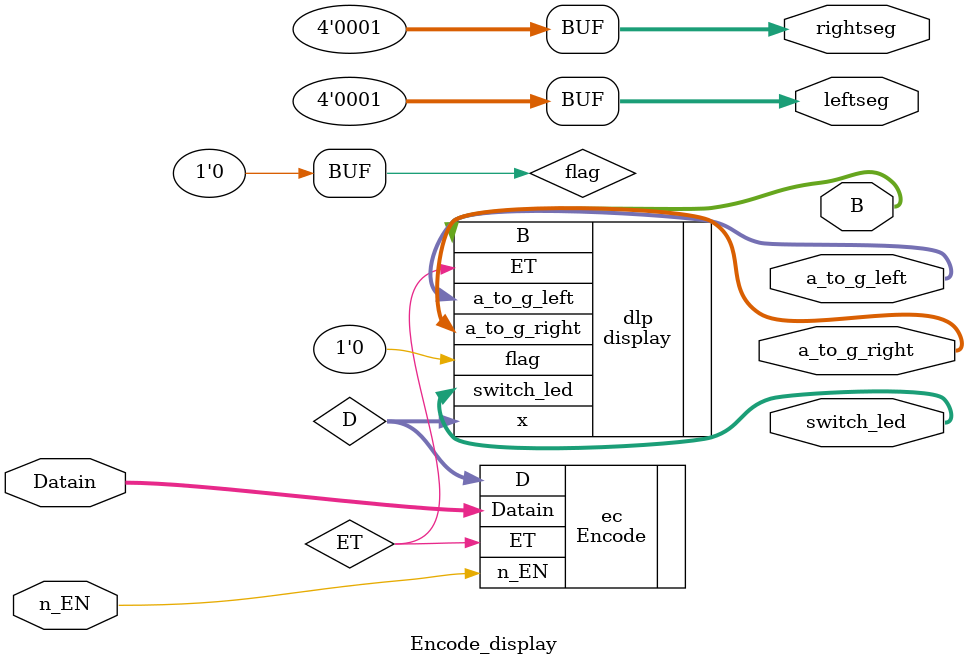
<source format=v>
`timescale 1ns / 1ps
module Encode_display(
input n_EN,input [6:0]Datain,
output wire [7:0]switch_led,a_to_g_left,a_to_g_right,
output wire [3:0]leftseg,rightseg,
output wire [2:0]B
    );
    wire [2:0]D;
    wire ET,flag;
    assign leftseg=4'b0001;
    assign rightseg=4'b0001;
    assign flag=0;
    Encode ec(.n_EN(n_EN),.Datain(Datain),.D(D),.ET(ET));
    display dlp(.x(D),.ET(ET),.flag(flag),.switch_led(switch_led),
    .a_to_g_left(a_to_g_left),.a_to_g_right(a_to_g_right),.B(B));
endmodule
</source>
